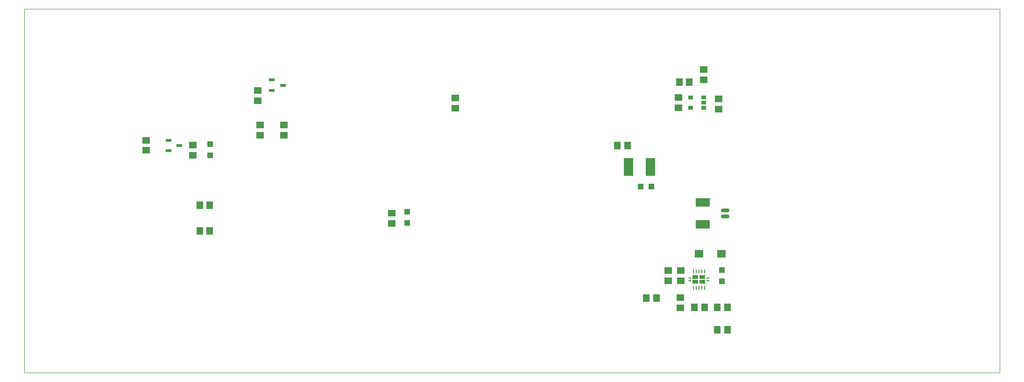
<source format=gbp>
%FSTAX23Y23*%
%MOIN*%
%SFA1B1*%

%IPPOS*%
%AMD15*
4,1,8,0.030500,-0.005900,0.030500,0.005900,0.024600,0.011800,-0.024600,0.011800,-0.030500,0.005900,-0.030500,-0.005900,-0.024600,-0.011800,0.024600,-0.011800,0.030500,-0.005900,0.0*
1,1,0.011820,0.024600,-0.005900*
1,1,0.011820,0.024600,0.005900*
1,1,0.011820,-0.024600,0.005900*
1,1,0.011820,-0.024600,-0.005900*
%
%ADD14R,0.098430X0.059060*%
G04~CAMADD=15~8~0.0~0.0~236.2~610.2~59.1~0.0~15~0.0~0.0~0.0~0.0~0~0.0~0.0~0.0~0.0~0~0.0~0.0~0.0~270.0~610.0~236.0*
%ADD15D15*%
%ADD16R,0.047240X0.053150*%
%ADD17R,0.053150X0.047240*%
%ADD18R,0.057090X0.045280*%
%ADD19R,0.045280X0.057090*%
%ADD20R,0.041340X0.043310*%
%ADD35C,0.001000*%
%ADD56R,0.066930X0.125980*%
%ADD59R,0.035430X0.025590*%
%ADD60R,0.061020X0.055120*%
%ADD61R,0.039370X0.023620*%
%ADD62R,0.043310X0.041340*%
%ADD120R,0.041340X0.026770*%
%ADD121R,0.019680X0.010240*%
%ADD122R,0.019690X0.010240*%
%ADD123R,0.041340X0.026770*%
%ADD124O,0.009060X0.031500*%
%LNcareboard_smd_ordered_kritikare-1*%
%LPD*%
G54D14*
X04841Y01061D03*
Y01217D03*
G54D15*
X05003Y01161D03*
Y01119D03*
G54D16*
X04747Y02077D03*
X04674D03*
X05018Y00469D03*
X04945D03*
X04438Y00535D03*
X04511D03*
X04855Y00469D03*
X04782D03*
G54D17*
X01683Y01698D03*
Y01771D03*
X03074Y01892D03*
Y01965D03*
X01664Y01945D03*
Y02018D03*
X00868Y01662D03*
Y0159D03*
X0485Y02095D03*
Y02168D03*
X04681Y00538D03*
Y00465D03*
G54D18*
X01853Y01771D03*
Y01698D03*
X01203Y01627D03*
Y01554D03*
X02621Y01069D03*
Y01142D03*
X0467Y01895D03*
Y01967D03*
X04954Y01885D03*
Y01958D03*
X04597Y00659D03*
Y00732D03*
X04687Y00732D03*
Y00659D03*
G54D19*
X01323Y01013D03*
X01251D03*
X04304Y01625D03*
X04232D03*
X01323Y01199D03*
X01251D03*
X05019Y00307D03*
X04946D03*
G54D20*
X01327Y01633D03*
Y01554D03*
X02733Y01071D03*
Y0115D03*
X0498Y00733D03*
Y00654D03*
G54D35*
X06963Y0D02*
Y026D01*
X0D02*
X06963D01*
X0Y0D02*
X06963D01*
X0D02*
Y026D01*
G54D56*
X04469Y01472D03*
X04311D03*
G54D59*
X04849Y01969D03*
Y01932D03*
Y01894D03*
X04755D03*
Y01969D03*
G54D60*
X04974Y00851D03*
X04815D03*
G54D61*
X01028Y01587D03*
Y01662D03*
X01106Y01625D03*
X01766Y02018D03*
Y02093D03*
X01845Y02056D03*
G54D62*
X04476Y0133D03*
X04398D03*
G54D120*
X0479Y00685D03*
G54D121*
X0475Y00677D03*
X04879D03*
G54D122*
X0475Y00658D03*
X04879D03*
G54D123*
X0479Y0065D03*
X0484D03*
Y00685D03*
G54D124*
X04775Y00726D03*
X04795D03*
X04815D03*
X04834D03*
X04854D03*
Y00609D03*
X04834D03*
X04815D03*
X04795D03*
X04775D03*
M02*
</source>
